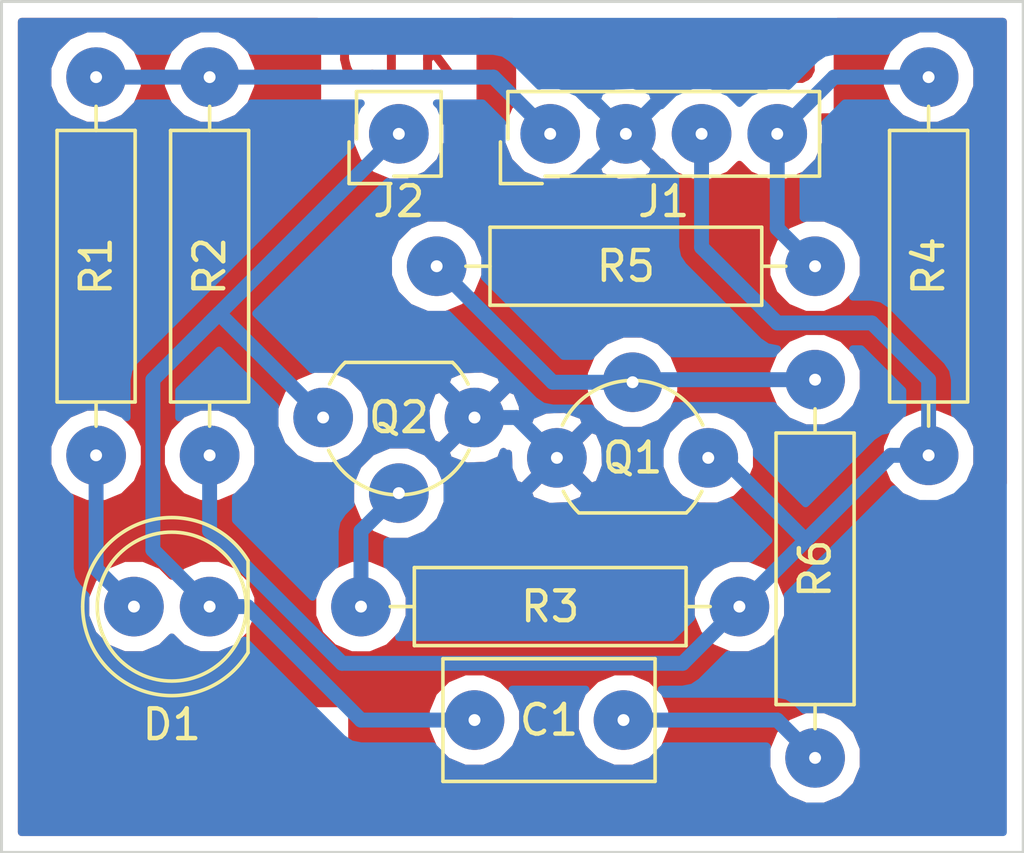
<source format=kicad_pcb>
(kicad_pcb (version 4) (host pcbnew 4.0.7)

  (general
    (links 18)
    (no_connects 0)
    (area 158.064999 87.579999 192.455001 116.255001)
    (thickness 1.6)
    (drawings 11)
    (tracks 47)
    (zones 0)
    (modules 12)
    (nets 10)
  )

  (page A4)
  (title_block
    (title "ClockBoard PCB")
    (rev 0.1)
    (company "FoxEars Technology")
  )

  (layers
    (0 F.Cu signal)
    (31 B.Cu signal)
    (32 B.Adhes user)
    (33 F.Adhes user)
    (34 B.Paste user)
    (35 F.Paste user)
    (36 B.SilkS user)
    (37 F.SilkS user)
    (38 B.Mask user)
    (39 F.Mask user)
    (40 Dwgs.User user)
    (41 Cmts.User user)
    (42 Eco1.User user)
    (43 Eco2.User user)
    (44 Edge.Cuts user)
    (45 Margin user)
    (46 B.CrtYd user)
    (47 F.CrtYd user)
    (48 B.Fab user)
    (49 F.Fab user)
  )

  (setup
    (last_trace_width 0.25)
    (user_trace_width 0.2)
    (user_trace_width 0.5)
    (user_trace_width 0.8)
    (trace_clearance 0.2)
    (zone_clearance 0.5)
    (zone_45_only no)
    (trace_min 0.2)
    (segment_width 0.2)
    (edge_width 0.1)
    (via_size 0.6)
    (via_drill 0.4)
    (via_min_size 0.5)
    (via_min_drill 0.1)
    (user_via 1.5 0.4)
    (uvia_size 0.3)
    (uvia_drill 0.1)
    (uvias_allowed no)
    (uvia_min_size 0.2)
    (uvia_min_drill 0.1)
    (pcb_text_width 0.3)
    (pcb_text_size 1.5 1.5)
    (mod_edge_width 0.15)
    (mod_text_size 1 1)
    (mod_text_width 0.15)
    (pad_size 1.5 1.5)
    (pad_drill 0.6)
    (pad_to_mask_clearance 0)
    (aux_axis_origin 0 0)
    (visible_elements FFFFFF7F)
    (pcbplotparams
      (layerselection 0x00030_80000001)
      (usegerberextensions false)
      (excludeedgelayer true)
      (linewidth 0.100000)
      (plotframeref false)
      (viasonmask false)
      (mode 1)
      (useauxorigin false)
      (hpglpennumber 1)
      (hpglpenspeed 20)
      (hpglpendiameter 15)
      (hpglpenoverlay 2)
      (psnegative false)
      (psa4output false)
      (plotreference true)
      (plotvalue true)
      (plotinvisibletext false)
      (padsonsilk false)
      (subtractmaskfromsilk false)
      (outputformat 1)
      (mirror false)
      (drillshape 1)
      (scaleselection 1)
      (outputdirectory ""))
  )

  (net 0 "")
  (net 1 CLK)
  (net 2 "Net-(C1-Pad2)")
  (net 3 "Net-(D1-Pad2)")
  (net 4 Vdd)
  (net 5 GND)
  (net 6 ShortIN)
  (net 7 ShortOUT)
  (net 8 "Net-(Q1-Pad2)")
  (net 9 "Net-(Q2-Pad2)")

  (net_class Default "This is the default net class."
    (clearance 0.2)
    (trace_width 0.25)
    (via_dia 0.6)
    (via_drill 0.4)
    (uvia_dia 0.3)
    (uvia_drill 0.1)
    (add_net CLK)
    (add_net GND)
    (add_net "Net-(C1-Pad2)")
    (add_net "Net-(D1-Pad2)")
    (add_net "Net-(Q1-Pad2)")
    (add_net "Net-(Q2-Pad2)")
    (add_net ShortIN)
    (add_net ShortOUT)
    (add_net Vdd)
  )

  (module std_lib_SRC:Resistor (layer F.Cu) (tedit 5B3C8952) (tstamp 5B3B7E9A)
    (at 185.42 113.03 90)
    (tags Resistor)
    (path /5B3B7508)
    (fp_text reference R6 (at 6.35 0 90) (layer F.SilkS)
      (effects (font (size 1 1) (thickness 0.15)))
    )
    (fp_text value 20k (at 6.35 2.31 90) (layer F.Fab)
      (effects (font (size 1 1) (thickness 0.15)))
    )
    (fp_line (start 1.85 -1.25) (end 1.85 1.25) (layer F.Fab) (width 0.1))
    (fp_line (start 1.85 1.25) (end 10.85 1.25) (layer F.Fab) (width 0.1))
    (fp_line (start 10.85 1.25) (end 10.85 -1.25) (layer F.Fab) (width 0.1))
    (fp_line (start 10.85 -1.25) (end 1.85 -1.25) (layer F.Fab) (width 0.1))
    (fp_line (start 0 0) (end 1.85 0) (layer F.Fab) (width 0.1))
    (fp_line (start 12.7 0) (end 10.85 0) (layer F.Fab) (width 0.1))
    (fp_line (start 1.79 -1.31) (end 1.79 1.31) (layer F.SilkS) (width 0.12))
    (fp_line (start 1.79 1.31) (end 10.91 1.31) (layer F.SilkS) (width 0.12))
    (fp_line (start 10.91 1.31) (end 10.91 -1.31) (layer F.SilkS) (width 0.12))
    (fp_line (start 10.91 -1.31) (end 1.79 -1.31) (layer F.SilkS) (width 0.12))
    (fp_line (start 0.98 0) (end 1.79 0) (layer F.SilkS) (width 0.12))
    (fp_line (start 11.72 0) (end 10.91 0) (layer F.SilkS) (width 0.12))
    (fp_line (start -1.05 -1.6) (end -1.05 1.6) (layer F.CrtYd) (width 0.05))
    (fp_line (start -1.05 1.6) (end 13.75 1.6) (layer F.CrtYd) (width 0.05))
    (fp_line (start 13.75 1.6) (end 13.75 -1.6) (layer F.CrtYd) (width 0.05))
    (fp_line (start 13.75 -1.6) (end -1.05 -1.6) (layer F.CrtYd) (width 0.05))
    (pad 1 thru_hole circle (at 0 0 90) (size 2 2) (drill 0.4) (layers *.Cu *.Mask)
      (net 2 "Net-(C1-Pad2)"))
    (pad 2 thru_hole circle (at 12.7 0 90) (size 2 2) (drill 0.4) (layers *.Cu *.Mask)
      (net 8 "Net-(Q1-Pad2)"))
    (model ${KISYS3DMOD}/Resistors_THT.3dshapes/R_Axial_DIN0309_L9.0mm_D3.2mm_P12.70mm_Horizontal.wrl
      (at (xyz 0 0 0))
      (scale (xyz 0.393701 0.393701 0.393701))
      (rotate (xyz 0 0 0))
    )
  )

  (module std_lib_SRC:Resistor (layer F.Cu) (tedit 5B3C8952) (tstamp 5B3B7E84)
    (at 172.72 96.52)
    (tags Resistor)
    (path /5B3B74B7)
    (fp_text reference R5 (at 6.35 0) (layer F.SilkS)
      (effects (font (size 1 1) (thickness 0.15)))
    )
    (fp_text value 390k (at 6.35 2.31) (layer F.Fab)
      (effects (font (size 1 1) (thickness 0.15)))
    )
    (fp_line (start 1.85 -1.25) (end 1.85 1.25) (layer F.Fab) (width 0.1))
    (fp_line (start 1.85 1.25) (end 10.85 1.25) (layer F.Fab) (width 0.1))
    (fp_line (start 10.85 1.25) (end 10.85 -1.25) (layer F.Fab) (width 0.1))
    (fp_line (start 10.85 -1.25) (end 1.85 -1.25) (layer F.Fab) (width 0.1))
    (fp_line (start 0 0) (end 1.85 0) (layer F.Fab) (width 0.1))
    (fp_line (start 12.7 0) (end 10.85 0) (layer F.Fab) (width 0.1))
    (fp_line (start 1.79 -1.31) (end 1.79 1.31) (layer F.SilkS) (width 0.12))
    (fp_line (start 1.79 1.31) (end 10.91 1.31) (layer F.SilkS) (width 0.12))
    (fp_line (start 10.91 1.31) (end 10.91 -1.31) (layer F.SilkS) (width 0.12))
    (fp_line (start 10.91 -1.31) (end 1.79 -1.31) (layer F.SilkS) (width 0.12))
    (fp_line (start 0.98 0) (end 1.79 0) (layer F.SilkS) (width 0.12))
    (fp_line (start 11.72 0) (end 10.91 0) (layer F.SilkS) (width 0.12))
    (fp_line (start -1.05 -1.6) (end -1.05 1.6) (layer F.CrtYd) (width 0.05))
    (fp_line (start -1.05 1.6) (end 13.75 1.6) (layer F.CrtYd) (width 0.05))
    (fp_line (start 13.75 1.6) (end 13.75 -1.6) (layer F.CrtYd) (width 0.05))
    (fp_line (start 13.75 -1.6) (end -1.05 -1.6) (layer F.CrtYd) (width 0.05))
    (pad 1 thru_hole circle (at 0 0) (size 2 2) (drill 0.4) (layers *.Cu *.Mask)
      (net 8 "Net-(Q1-Pad2)"))
    (pad 2 thru_hole circle (at 12.7 0) (size 2 2) (drill 0.4) (layers *.Cu *.Mask)
      (net 7 ShortOUT))
    (model ${KISYS3DMOD}/Resistors_THT.3dshapes/R_Axial_DIN0309_L9.0mm_D3.2mm_P12.70mm_Horizontal.wrl
      (at (xyz 0 0 0))
      (scale (xyz 0.393701 0.393701 0.393701))
      (rotate (xyz 0 0 0))
    )
  )

  (module std_lib_SRC:Resistor (layer F.Cu) (tedit 5B3C8952) (tstamp 5B3B7E6E)
    (at 189.23 90.17 270)
    (tags Resistor)
    (path /5B3B7470)
    (fp_text reference R4 (at 6.35 0 270) (layer F.SilkS)
      (effects (font (size 1 1) (thickness 0.15)))
    )
    (fp_text value 1M (at 6.35 2.31 270) (layer F.Fab)
      (effects (font (size 1 1) (thickness 0.15)))
    )
    (fp_line (start 1.85 -1.25) (end 1.85 1.25) (layer F.Fab) (width 0.1))
    (fp_line (start 1.85 1.25) (end 10.85 1.25) (layer F.Fab) (width 0.1))
    (fp_line (start 10.85 1.25) (end 10.85 -1.25) (layer F.Fab) (width 0.1))
    (fp_line (start 10.85 -1.25) (end 1.85 -1.25) (layer F.Fab) (width 0.1))
    (fp_line (start 0 0) (end 1.85 0) (layer F.Fab) (width 0.1))
    (fp_line (start 12.7 0) (end 10.85 0) (layer F.Fab) (width 0.1))
    (fp_line (start 1.79 -1.31) (end 1.79 1.31) (layer F.SilkS) (width 0.12))
    (fp_line (start 1.79 1.31) (end 10.91 1.31) (layer F.SilkS) (width 0.12))
    (fp_line (start 10.91 1.31) (end 10.91 -1.31) (layer F.SilkS) (width 0.12))
    (fp_line (start 10.91 -1.31) (end 1.79 -1.31) (layer F.SilkS) (width 0.12))
    (fp_line (start 0.98 0) (end 1.79 0) (layer F.SilkS) (width 0.12))
    (fp_line (start 11.72 0) (end 10.91 0) (layer F.SilkS) (width 0.12))
    (fp_line (start -1.05 -1.6) (end -1.05 1.6) (layer F.CrtYd) (width 0.05))
    (fp_line (start -1.05 1.6) (end 13.75 1.6) (layer F.CrtYd) (width 0.05))
    (fp_line (start 13.75 1.6) (end 13.75 -1.6) (layer F.CrtYd) (width 0.05))
    (fp_line (start 13.75 -1.6) (end -1.05 -1.6) (layer F.CrtYd) (width 0.05))
    (pad 1 thru_hole circle (at 0 0 270) (size 2 2) (drill 0.4) (layers *.Cu *.Mask)
      (net 7 ShortOUT))
    (pad 2 thru_hole circle (at 12.7 0 270) (size 2 2) (drill 0.4) (layers *.Cu *.Mask)
      (net 6 ShortIN))
    (model ${KISYS3DMOD}/Resistors_THT.3dshapes/R_Axial_DIN0309_L9.0mm_D3.2mm_P12.70mm_Horizontal.wrl
      (at (xyz 0 0 0))
      (scale (xyz 0.393701 0.393701 0.393701))
      (rotate (xyz 0 0 0))
    )
  )

  (module std_lib_SRC:Resistor (layer F.Cu) (tedit 5B3C8952) (tstamp 5B3B7E58)
    (at 170.18 107.95)
    (tags Resistor)
    (path /5B3B737C)
    (fp_text reference R3 (at 6.35 0) (layer F.SilkS)
      (effects (font (size 1 1) (thickness 0.15)))
    )
    (fp_text value 200k (at 6.35 2.31) (layer F.Fab)
      (effects (font (size 1 1) (thickness 0.15)))
    )
    (fp_line (start 1.85 -1.25) (end 1.85 1.25) (layer F.Fab) (width 0.1))
    (fp_line (start 1.85 1.25) (end 10.85 1.25) (layer F.Fab) (width 0.1))
    (fp_line (start 10.85 1.25) (end 10.85 -1.25) (layer F.Fab) (width 0.1))
    (fp_line (start 10.85 -1.25) (end 1.85 -1.25) (layer F.Fab) (width 0.1))
    (fp_line (start 0 0) (end 1.85 0) (layer F.Fab) (width 0.1))
    (fp_line (start 12.7 0) (end 10.85 0) (layer F.Fab) (width 0.1))
    (fp_line (start 1.79 -1.31) (end 1.79 1.31) (layer F.SilkS) (width 0.12))
    (fp_line (start 1.79 1.31) (end 10.91 1.31) (layer F.SilkS) (width 0.12))
    (fp_line (start 10.91 1.31) (end 10.91 -1.31) (layer F.SilkS) (width 0.12))
    (fp_line (start 10.91 -1.31) (end 1.79 -1.31) (layer F.SilkS) (width 0.12))
    (fp_line (start 0.98 0) (end 1.79 0) (layer F.SilkS) (width 0.12))
    (fp_line (start 11.72 0) (end 10.91 0) (layer F.SilkS) (width 0.12))
    (fp_line (start -1.05 -1.6) (end -1.05 1.6) (layer F.CrtYd) (width 0.05))
    (fp_line (start -1.05 1.6) (end 13.75 1.6) (layer F.CrtYd) (width 0.05))
    (fp_line (start 13.75 1.6) (end 13.75 -1.6) (layer F.CrtYd) (width 0.05))
    (fp_line (start 13.75 -1.6) (end -1.05 -1.6) (layer F.CrtYd) (width 0.05))
    (pad 1 thru_hole circle (at 0 0) (size 2 2) (drill 0.4) (layers *.Cu *.Mask)
      (net 9 "Net-(Q2-Pad2)"))
    (pad 2 thru_hole circle (at 12.7 0) (size 2 2) (drill 0.4) (layers *.Cu *.Mask)
      (net 6 ShortIN))
    (model ${KISYS3DMOD}/Resistors_THT.3dshapes/R_Axial_DIN0309_L9.0mm_D3.2mm_P12.70mm_Horizontal.wrl
      (at (xyz 0 0 0))
      (scale (xyz 0.393701 0.393701 0.393701))
      (rotate (xyz 0 0 0))
    )
  )

  (module std_lib_SRC:Resistor (layer F.Cu) (tedit 5B3C8952) (tstamp 5B3B7E42)
    (at 165.1 102.87 90)
    (tags Resistor)
    (path /5B3B73ED)
    (fp_text reference R2 (at 6.35 0 90) (layer F.SilkS)
      (effects (font (size 1 1) (thickness 0.15)))
    )
    (fp_text value 20k (at 6.35 2.31 90) (layer F.Fab)
      (effects (font (size 1 1) (thickness 0.15)))
    )
    (fp_line (start 1.85 -1.25) (end 1.85 1.25) (layer F.Fab) (width 0.1))
    (fp_line (start 1.85 1.25) (end 10.85 1.25) (layer F.Fab) (width 0.1))
    (fp_line (start 10.85 1.25) (end 10.85 -1.25) (layer F.Fab) (width 0.1))
    (fp_line (start 10.85 -1.25) (end 1.85 -1.25) (layer F.Fab) (width 0.1))
    (fp_line (start 0 0) (end 1.85 0) (layer F.Fab) (width 0.1))
    (fp_line (start 12.7 0) (end 10.85 0) (layer F.Fab) (width 0.1))
    (fp_line (start 1.79 -1.31) (end 1.79 1.31) (layer F.SilkS) (width 0.12))
    (fp_line (start 1.79 1.31) (end 10.91 1.31) (layer F.SilkS) (width 0.12))
    (fp_line (start 10.91 1.31) (end 10.91 -1.31) (layer F.SilkS) (width 0.12))
    (fp_line (start 10.91 -1.31) (end 1.79 -1.31) (layer F.SilkS) (width 0.12))
    (fp_line (start 0.98 0) (end 1.79 0) (layer F.SilkS) (width 0.12))
    (fp_line (start 11.72 0) (end 10.91 0) (layer F.SilkS) (width 0.12))
    (fp_line (start -1.05 -1.6) (end -1.05 1.6) (layer F.CrtYd) (width 0.05))
    (fp_line (start -1.05 1.6) (end 13.75 1.6) (layer F.CrtYd) (width 0.05))
    (fp_line (start 13.75 1.6) (end 13.75 -1.6) (layer F.CrtYd) (width 0.05))
    (fp_line (start 13.75 -1.6) (end -1.05 -1.6) (layer F.CrtYd) (width 0.05))
    (pad 1 thru_hole circle (at 0 0 90) (size 2 2) (drill 0.4) (layers *.Cu *.Mask)
      (net 6 ShortIN))
    (pad 2 thru_hole circle (at 12.7 0 90) (size 2 2) (drill 0.4) (layers *.Cu *.Mask)
      (net 4 Vdd))
    (model ${KISYS3DMOD}/Resistors_THT.3dshapes/R_Axial_DIN0309_L9.0mm_D3.2mm_P12.70mm_Horizontal.wrl
      (at (xyz 0 0 0))
      (scale (xyz 0.393701 0.393701 0.393701))
      (rotate (xyz 0 0 0))
    )
  )

  (module std_lib_SRC:Resistor (layer F.Cu) (tedit 5B3C8952) (tstamp 5B3B7E2C)
    (at 161.29 102.87 90)
    (tags Resistor)
    (path /5B3B7263)
    (fp_text reference R1 (at 6.35 0 90) (layer F.SilkS)
      (effects (font (size 1 1) (thickness 0.15)))
    )
    (fp_text value 1k (at 6.35 2.31 90) (layer F.Fab)
      (effects (font (size 1 1) (thickness 0.15)))
    )
    (fp_line (start 1.85 -1.25) (end 1.85 1.25) (layer F.Fab) (width 0.1))
    (fp_line (start 1.85 1.25) (end 10.85 1.25) (layer F.Fab) (width 0.1))
    (fp_line (start 10.85 1.25) (end 10.85 -1.25) (layer F.Fab) (width 0.1))
    (fp_line (start 10.85 -1.25) (end 1.85 -1.25) (layer F.Fab) (width 0.1))
    (fp_line (start 0 0) (end 1.85 0) (layer F.Fab) (width 0.1))
    (fp_line (start 12.7 0) (end 10.85 0) (layer F.Fab) (width 0.1))
    (fp_line (start 1.79 -1.31) (end 1.79 1.31) (layer F.SilkS) (width 0.12))
    (fp_line (start 1.79 1.31) (end 10.91 1.31) (layer F.SilkS) (width 0.12))
    (fp_line (start 10.91 1.31) (end 10.91 -1.31) (layer F.SilkS) (width 0.12))
    (fp_line (start 10.91 -1.31) (end 1.79 -1.31) (layer F.SilkS) (width 0.12))
    (fp_line (start 0.98 0) (end 1.79 0) (layer F.SilkS) (width 0.12))
    (fp_line (start 11.72 0) (end 10.91 0) (layer F.SilkS) (width 0.12))
    (fp_line (start -1.05 -1.6) (end -1.05 1.6) (layer F.CrtYd) (width 0.05))
    (fp_line (start -1.05 1.6) (end 13.75 1.6) (layer F.CrtYd) (width 0.05))
    (fp_line (start 13.75 1.6) (end 13.75 -1.6) (layer F.CrtYd) (width 0.05))
    (fp_line (start 13.75 -1.6) (end -1.05 -1.6) (layer F.CrtYd) (width 0.05))
    (pad 1 thru_hole circle (at 0 0 90) (size 2 2) (drill 0.4) (layers *.Cu *.Mask)
      (net 3 "Net-(D1-Pad2)"))
    (pad 2 thru_hole circle (at 12.7 0 90) (size 2 2) (drill 0.4) (layers *.Cu *.Mask)
      (net 4 Vdd))
    (model ${KISYS3DMOD}/Resistors_THT.3dshapes/R_Axial_DIN0309_L9.0mm_D3.2mm_P12.70mm_Horizontal.wrl
      (at (xyz 0 0 0))
      (scale (xyz 0.393701 0.393701 0.393701))
      (rotate (xyz 0 0 0))
    )
  )

  (module std_lib_SRC:Transistor (layer F.Cu) (tedit 5B3C88A7) (tstamp 5B3B7E16)
    (at 173.99 101.6 180)
    (descr "TO-92 leads molded, wide")
    (tags "to-92 sc-43 sc-43a sot54 PA33 transistor")
    (path /5B3B7640)
    (fp_text reference Q2 (at 2.54 0 180) (layer F.SilkS)
      (effects (font (size 1 1) (thickness 0.15)))
    )
    (fp_text value PN2222A (at 2.54 2.79 180) (layer F.Fab)
      (effects (font (size 1 1) (thickness 0.15)))
    )
    (fp_text user %R (at 2.54 -4.19 360) (layer F.Fab)
      (effects (font (size 1 1) (thickness 0.15)))
    )
    (fp_line (start 0.74 1.85) (end 4.34 1.85) (layer F.SilkS) (width 0.12))
    (fp_line (start 0.8 1.75) (end 4.3 1.75) (layer F.Fab) (width 0.1))
    (fp_line (start -1.01 -3.55) (end 6.09 -3.55) (layer F.CrtYd) (width 0.05))
    (fp_line (start -1.01 -3.55) (end -1.01 2.01) (layer F.CrtYd) (width 0.05))
    (fp_line (start 6.09 2.01) (end 6.09 -3.55) (layer F.CrtYd) (width 0.05))
    (fp_line (start 6.09 2.01) (end -1.01 2.01) (layer F.CrtYd) (width 0.05))
    (fp_arc (start 2.54 0) (end 0.74 1.85) (angle 20) (layer F.SilkS) (width 0.12))
    (fp_arc (start 2.54 0) (end 2.54 -2.6) (angle -65) (layer F.SilkS) (width 0.12))
    (fp_arc (start 2.54 0) (end 2.54 -2.6) (angle 65) (layer F.SilkS) (width 0.12))
    (fp_arc (start 2.54 0) (end 2.54 -2.48) (angle 135) (layer F.Fab) (width 0.1))
    (fp_arc (start 2.54 0) (end 2.54 -2.48) (angle -135) (layer F.Fab) (width 0.1))
    (fp_arc (start 2.54 0) (end 4.34 1.85) (angle -20) (layer F.SilkS) (width 0.12))
    (pad 2 thru_hole circle (at 2.54 -2.54 270) (size 2 2) (drill 0.4) (layers *.Cu *.Mask)
      (net 9 "Net-(Q2-Pad2)"))
    (pad 3 thru_hole circle (at 5.08 0 270) (size 2 2) (drill 0.4) (layers *.Cu *.Mask)
      (net 1 CLK))
    (pad 1 thru_hole circle (at 0 0 270) (size 2 2) (drill 0.4) (layers *.Cu *.Mask)
      (net 5 GND))
    (model ${KISYS3DMOD}/TO_SOT_Packages_THT.3dshapes/TO-92_Molded_Wide.wrl
      (at (xyz 0.1 0 0))
      (scale (xyz 1 1 1))
      (rotate (xyz 0 0 -90))
    )
  )

  (module std_lib_SRC:Transistor (layer F.Cu) (tedit 5B3C88A7) (tstamp 5B3B7E02)
    (at 176.755001 102.955)
    (descr "TO-92 leads molded, wide")
    (tags "to-92 sc-43 sc-43a sot54 PA33 transistor")
    (path /5B3B76D1)
    (fp_text reference Q1 (at 2.54 0) (layer F.SilkS)
      (effects (font (size 1 1) (thickness 0.15)))
    )
    (fp_text value PN2222A (at 2.54 2.79) (layer F.Fab)
      (effects (font (size 1 1) (thickness 0.15)))
    )
    (fp_text user %R (at 2.54 -4.19 180) (layer F.Fab)
      (effects (font (size 1 1) (thickness 0.15)))
    )
    (fp_line (start 0.74 1.85) (end 4.34 1.85) (layer F.SilkS) (width 0.12))
    (fp_line (start 0.8 1.75) (end 4.3 1.75) (layer F.Fab) (width 0.1))
    (fp_line (start -1.01 -3.55) (end 6.09 -3.55) (layer F.CrtYd) (width 0.05))
    (fp_line (start -1.01 -3.55) (end -1.01 2.01) (layer F.CrtYd) (width 0.05))
    (fp_line (start 6.09 2.01) (end 6.09 -3.55) (layer F.CrtYd) (width 0.05))
    (fp_line (start 6.09 2.01) (end -1.01 2.01) (layer F.CrtYd) (width 0.05))
    (fp_arc (start 2.54 0) (end 0.74 1.85) (angle 20) (layer F.SilkS) (width 0.12))
    (fp_arc (start 2.54 0) (end 2.54 -2.6) (angle -65) (layer F.SilkS) (width 0.12))
    (fp_arc (start 2.54 0) (end 2.54 -2.6) (angle 65) (layer F.SilkS) (width 0.12))
    (fp_arc (start 2.54 0) (end 2.54 -2.48) (angle 135) (layer F.Fab) (width 0.1))
    (fp_arc (start 2.54 0) (end 2.54 -2.48) (angle -135) (layer F.Fab) (width 0.1))
    (fp_arc (start 2.54 0) (end 4.34 1.85) (angle -20) (layer F.SilkS) (width 0.12))
    (pad 2 thru_hole circle (at 2.54 -2.54 90) (size 2 2) (drill 0.4) (layers *.Cu *.Mask)
      (net 8 "Net-(Q1-Pad2)"))
    (pad 3 thru_hole circle (at 5.08 0 90) (size 2 2) (drill 0.4) (layers *.Cu *.Mask)
      (net 6 ShortIN))
    (pad 1 thru_hole circle (at 0 0 90) (size 2 2) (drill 0.4) (layers *.Cu *.Mask)
      (net 5 GND))
    (model ${KISYS3DMOD}/TO_SOT_Packages_THT.3dshapes/TO-92_Molded_Wide.wrl
      (at (xyz 0.1 0 0))
      (scale (xyz 1 1 1))
      (rotate (xyz 0 0 -90))
    )
  )

  (module std_lib_SRC:CONN_1x01 (layer F.Cu) (tedit 5B20CEDE) (tstamp 5B3B7DEE)
    (at 171.45 92.075 90)
    (descr "Low profile, screw machine socket strip, through hole, 100mil / 2.54mm pitch")
    (tags connector)
    (path /5B3B7CEB)
    (fp_text reference J2 (at -2.27 0 180) (layer F.SilkS)
      (effects (font (size 1 1) (thickness 0.15)))
    )
    (fp_text value Conn_01x01 (at 2.27 0 180) (layer F.Fab)
      (effects (font (size 1 1) (thickness 0.15)))
    )
    (fp_line (start -0.17 -1.42) (end 1.42 -1.42) (layer F.SilkS) (width 0.12))
    (fp_line (start 1.42 -1.42) (end 1.42 1.42) (layer F.SilkS) (width 0.12))
    (fp_line (start 1.42 1.42) (end -1.42 1.42) (layer F.SilkS) (width 0.12))
    (fp_line (start -1.42 1.42) (end -1.42 -0.17) (layer F.SilkS) (width 0.12))
    (fp_line (start -0.27 -1.67) (end -1.67 -1.67) (layer F.SilkS) (width 0.12))
    (fp_line (start -1.67 -1.67) (end -1.67 -0.27) (layer F.SilkS) (width 0.12))
    (fp_line (start -0.27 -1.67) (end -1.67 -1.67) (layer F.Fab) (width 0.1))
    (fp_line (start -1.67 -1.67) (end -1.67 -0.27) (layer F.Fab) (width 0.1))
    (fp_line (start -1.27 -1.27) (end -1.27 1.27) (layer F.Fab) (width 0.1))
    (fp_line (start -1.27 1.27) (end 1.27 1.27) (layer F.Fab) (width 0.1))
    (fp_line (start 1.27 1.27) (end 1.27 -1.27) (layer F.Fab) (width 0.1))
    (fp_line (start 1.27 -1.27) (end -1.27 -1.27) (layer F.Fab) (width 0.1))
    (fp_line (start -1.77 -1.77) (end -1.77 1.77) (layer F.CrtYd) (width 0.05))
    (fp_line (start -1.77 1.77) (end 1.77 1.77) (layer F.CrtYd) (width 0.05))
    (fp_line (start 1.77 1.77) (end 1.77 -1.77) (layer F.CrtYd) (width 0.05))
    (fp_line (start 1.77 -1.77) (end -1.77 -1.77) (layer F.CrtYd) (width 0.05))
    (fp_line (start -1.27 1.27) (end -1.07 1.27) (layer F.Fab) (width 0.1))
    (fp_line (start 1.27 1.27) (end 1.07 1.27) (layer F.Fab) (width 0.1))
    (fp_text user %R (at 0 0 180) (layer F.Fab)
      (effects (font (size 1 1) (thickness 0.15)))
    )
    (pad 1 thru_hole circle (at 0 0 90) (size 2 2) (drill 0.4) (layers *.Cu *.Mask)
      (net 1 CLK))
    (model ${KISYS3DMOD}/Connectors_Samtec.3dshapes/SL-101-X-XX_1x01.wrl
      (at (xyz 0 0 0))
      (scale (xyz 1 1 1))
      (rotate (xyz 0 0 0))
    )
  )

  (module std_lib_SRC:CONN_1x04 (layer F.Cu) (tedit 5B20D15B) (tstamp 5B3B7DD6)
    (at 176.53 92.075 90)
    (descr "Low profile, screw machine socket strip, through hole, 100mil / 2.54mm pitch")
    (tags connector)
    (path /5B3B7C84)
    (fp_text reference J1 (at -2.27 3.81 180) (layer F.SilkS)
      (effects (font (size 1 1) (thickness 0.15)))
    )
    (fp_text value Conn_01x04 (at 2.27 3.81 180) (layer F.Fab)
      (effects (font (size 1 1) (thickness 0.15)))
    )
    (fp_line (start -0.17 -1.42) (end 1.42 -1.42) (layer F.SilkS) (width 0.12))
    (fp_line (start 1.42 -1.42) (end 1.42 9.04) (layer F.SilkS) (width 0.12))
    (fp_line (start 1.42 9.04) (end -1.42 9.04) (layer F.SilkS) (width 0.12))
    (fp_line (start -1.42 9.04) (end -1.42 -0.17) (layer F.SilkS) (width 0.12))
    (fp_line (start -0.27 -1.67) (end -1.67 -1.67) (layer F.SilkS) (width 0.12))
    (fp_line (start -1.67 -1.67) (end -1.67 -0.27) (layer F.SilkS) (width 0.12))
    (fp_line (start -0.27 -1.67) (end -1.67 -1.67) (layer F.Fab) (width 0.1))
    (fp_line (start -1.67 -1.67) (end -1.67 -0.27) (layer F.Fab) (width 0.1))
    (fp_line (start -1.27 -1.27) (end -1.27 8.89) (layer F.Fab) (width 0.1))
    (fp_line (start -1.27 8.89) (end 1.27 8.89) (layer F.Fab) (width 0.1))
    (fp_line (start 1.27 8.89) (end 1.27 -1.27) (layer F.Fab) (width 0.1))
    (fp_line (start 1.27 -1.27) (end -1.27 -1.27) (layer F.Fab) (width 0.1))
    (fp_line (start -1.77 -1.77) (end -1.77 9.39) (layer F.CrtYd) (width 0.05))
    (fp_line (start -1.77 9.39) (end 1.77 9.39) (layer F.CrtYd) (width 0.05))
    (fp_line (start 1.77 9.39) (end 1.77 -1.77) (layer F.CrtYd) (width 0.05))
    (fp_line (start 1.77 -1.77) (end -1.77 -1.77) (layer F.CrtYd) (width 0.05))
    (fp_line (start -1.27 1.27) (end -1.07 1.27) (layer F.Fab) (width 0.1))
    (fp_line (start 1.27 1.27) (end 1.07 1.27) (layer F.Fab) (width 0.1))
    (fp_line (start -1.27 3.81) (end -1.07 3.81) (layer F.Fab) (width 0.1))
    (fp_line (start 1.27 3.81) (end 1.07 3.81) (layer F.Fab) (width 0.1))
    (fp_line (start -1.27 6.35) (end -1.07 6.35) (layer F.Fab) (width 0.1))
    (fp_line (start 1.27 6.35) (end 1.07 6.35) (layer F.Fab) (width 0.1))
    (fp_line (start -1.27 8.89) (end -1.07 8.89) (layer F.Fab) (width 0.1))
    (fp_line (start 1.27 8.89) (end 1.07 8.89) (layer F.Fab) (width 0.1))
    (fp_text user %R (at 0 3.81 180) (layer F.Fab)
      (effects (font (size 1 1) (thickness 0.15)))
    )
    (pad 1 thru_hole circle (at 0 0 90) (size 2 2) (drill 0.4) (layers *.Cu *.Mask)
      (net 4 Vdd))
    (pad 2 thru_hole circle (at 0 2.54 90) (size 2 2) (drill 0.4) (layers *.Cu *.Mask)
      (net 5 GND))
    (pad 3 thru_hole circle (at 0 5.08 90) (size 2 2) (drill 0.4) (layers *.Cu *.Mask)
      (net 6 ShortIN))
    (pad 4 thru_hole circle (at 0 7.62 90) (size 2 2) (drill 0.4) (layers *.Cu *.Mask)
      (net 7 ShortOUT))
    (model ${KISYS3DMOD}/Connectors_Samtec.3dshapes/SL-104-X-XX_1x04.wrl
      (at (xyz 0 0 0))
      (scale (xyz 1 1 1))
      (rotate (xyz 0 0 0))
    )
  )

  (module std_lib_SRC:LED_D5.0mm (layer F.Cu) (tedit 5B3B5AF4) (tstamp 5B3B7DB5)
    (at 165.1 107.95 180)
    (descr "LED, diameter 5.0mm, 2 pins")
    (tags "LED diameter 5.0mm 2 pins")
    (path /5B3B75C2)
    (fp_text reference D1 (at 1.27 -3.96 180) (layer F.SilkS)
      (effects (font (size 1 1) (thickness 0.15)))
    )
    (fp_text value LED (at 1.27 3.96 180) (layer F.Fab)
      (effects (font (size 1 1) (thickness 0.15)))
    )
    (fp_arc (start 1.27 0) (end -1.23 -1.469694) (angle 299.1) (layer F.Fab) (width 0.1))
    (fp_arc (start 1.27 0) (end -1.29 -1.54483) (angle 148.9) (layer F.SilkS) (width 0.12))
    (fp_arc (start 1.27 0) (end -1.29 1.54483) (angle -148.9) (layer F.SilkS) (width 0.12))
    (fp_circle (center 1.27 0) (end 3.77 0) (layer F.Fab) (width 0.1))
    (fp_circle (center 1.27 0) (end 3.77 0) (layer F.SilkS) (width 0.12))
    (fp_line (start -1.23 -1.469694) (end -1.23 1.469694) (layer F.Fab) (width 0.1))
    (fp_line (start -1.29 -1.545) (end -1.29 1.545) (layer F.SilkS) (width 0.12))
    (fp_line (start -1.95 -3.25) (end -1.95 3.25) (layer F.CrtYd) (width 0.05))
    (fp_line (start -1.95 3.25) (end 4.5 3.25) (layer F.CrtYd) (width 0.05))
    (fp_line (start 4.5 3.25) (end 4.5 -3.25) (layer F.CrtYd) (width 0.05))
    (fp_line (start 4.5 -3.25) (end -1.95 -3.25) (layer F.CrtYd) (width 0.05))
    (fp_text user %R (at 1.25 0 180) (layer F.Fab)
      (effects (font (size 0.8 0.8) (thickness 0.2)))
    )
    (pad 1 thru_hole circle (at 0 0 180) (size 2 2) (drill 0.4) (layers *.Cu *.Mask)
      (net 1 CLK))
    (pad 2 thru_hole circle (at 2.54 0 180) (size 2 2) (drill 0.4) (layers *.Cu *.Mask)
      (net 3 "Net-(D1-Pad2)"))
    (model ${KISYS3DMOD}/LEDs.3dshapes/LED_D5.0mm.wrl
      (at (xyz 0 0 0))
      (scale (xyz 0.393701 0.393701 0.393701))
      (rotate (xyz 0 0 0))
    )
  )

  (module std_lib_SRC:C_Rect_W4.0mm (layer F.Cu) (tedit 5B3C8915) (tstamp 5B3B7DA3)
    (at 173.99 111.76)
    (descr "C, Rect series, Radial, pin pitch=5.00mm, , length*width=7*4mm^2, Capacitor")
    (tags "C Rect width 4mm Capacitor")
    (path /5B3B756F)
    (fp_text reference C1 (at 2.5 0) (layer F.SilkS)
      (effects (font (size 1 1) (thickness 0.15)))
    )
    (fp_text value 1µ (at 2.5 3.31) (layer F.Fab)
      (effects (font (size 1 1) (thickness 0.15)))
    )
    (fp_line (start -1 -2) (end -1 2) (layer F.Fab) (width 0.1))
    (fp_line (start -1 2) (end 6 2) (layer F.Fab) (width 0.1))
    (fp_line (start 6 2) (end 6 -2) (layer F.Fab) (width 0.1))
    (fp_line (start 6 -2) (end -1 -2) (layer F.Fab) (width 0.1))
    (fp_line (start -1.06 -2.06) (end 6.06 -2.06) (layer F.SilkS) (width 0.12))
    (fp_line (start -1.06 2.06) (end 6.06 2.06) (layer F.SilkS) (width 0.12))
    (fp_line (start -1.06 -2.06) (end -1.06 2.06) (layer F.SilkS) (width 0.12))
    (fp_line (start 6.06 -2.06) (end 6.06 2.06) (layer F.SilkS) (width 0.12))
    (fp_line (start -1.35 -2.35) (end -1.35 2.35) (layer F.CrtYd) (width 0.05))
    (fp_line (start -1.35 2.35) (end 6.35 2.35) (layer F.CrtYd) (width 0.05))
    (fp_line (start 6.35 2.35) (end 6.35 -2.35) (layer F.CrtYd) (width 0.05))
    (fp_line (start 6.35 -2.35) (end -1.35 -2.35) (layer F.CrtYd) (width 0.05))
    (fp_text user %R (at 2.5 -3.31) (layer F.Fab)
      (effects (font (size 1 1) (thickness 0.15)))
    )
    (pad 1 thru_hole circle (at 0 0) (size 2 2) (drill 0.4) (layers *.Cu *.Mask)
      (net 1 CLK))
    (pad 2 thru_hole circle (at 5 0) (size 2 2) (drill 0.4) (layers *.Cu *.Mask)
      (net 2 "Net-(C1-Pad2)"))
    (model ${KISYS3DMOD}/Capacitors_THT.3dshapes/C_Rect_L7.0mm_W4.5mm_P5.00mm.wrl
      (at (xyz 0 0 0))
      (scale (xyz 1 1 1))
      (rotate (xyz 0 0 0))
    )
  )

  (gr_text "ClockBoard\nFoxEars Technology" (at 190.5 115.57 90) (layer F.Cu)
    (effects (font (size 0.75 0.75) (thickness 0.1875)) (justify left))
  )
  (gr_line (start 158.115 116.205) (end 158.115 87.63) (angle 90) (layer Edge.Cuts) (width 0.1))
  (gr_line (start 192.405 116.205) (end 158.115 116.205) (angle 90) (layer Edge.Cuts) (width 0.1))
  (gr_line (start 192.405 87.63) (end 192.405 116.205) (angle 90) (layer Edge.Cuts) (width 0.1))
  (gr_line (start 158.115 87.63) (end 192.405 87.63) (angle 90) (layer Edge.Cuts) (width 0.1))
  (gr_text PowerOn (at 164.465 113.03) (layer F.Cu)
    (effects (font (size 1.5 1.5) (thickness 0.3)))
  )
  (gr_text So (at 184.15 89.535) (layer F.Cu)
    (effects (font (size 1.5 1.5) (thickness 0.3)))
  )
  (gr_text Si (at 181.61 89.535) (layer F.Cu)
    (effects (font (size 1.5 1.5) (thickness 0.3)))
  )
  (gr_text G (at 179.07 89.535) (layer F.Cu)
    (effects (font (size 1.5 1.5) (thickness 0.3)))
  )
  (gr_text V (at 176.53 89.535) (layer F.Cu)
    (effects (font (size 1.5 1.5) (thickness 0.3)))
  )
  (gr_text CLK (at 171.45 89.535) (layer F.Cu)
    (effects (font (size 1.5 1.5) (thickness 0.3)))
  )

  (segment (start 165.1 107.95) (end 166.37 107.95) (width 0.5) (layer B.Cu) (net 1))
  (segment (start 170.18 111.76) (end 173.99 111.76) (width 0.5) (layer B.Cu) (net 1) (tstamp 5B3B8703) (status 20))
  (segment (start 166.37 107.95) (end 170.18 111.76) (width 0.5) (layer B.Cu) (net 1) (tstamp 5B3B8702))
  (segment (start 168.91 101.6) (end 165.4175 98.1075) (width 0.5) (layer B.Cu) (net 1))
  (segment (start 165.4175 98.1075) (end 165.1 98.425) (width 0.5) (layer B.Cu) (net 1) (tstamp 5B3B86FD))
  (segment (start 165.1 107.95) (end 163.195 106.045) (width 0.5) (layer B.Cu) (net 1))
  (segment (start 163.195 100.33) (end 165.1 98.425) (width 0.5) (layer B.Cu) (net 1) (tstamp 5B3B86F9))
  (segment (start 165.1 98.425) (end 171.45 92.075) (width 0.5) (layer B.Cu) (net 1) (tstamp 5B3B8700))
  (segment (start 163.195 106.045) (end 163.195 100.33) (width 0.5) (layer B.Cu) (net 1) (tstamp 5B3B86F8))
  (segment (start 178.99 111.76) (end 184.15 111.76) (width 0.5) (layer B.Cu) (net 2) (status 10))
  (segment (start 184.15 111.76) (end 185.42 113.03) (width 0.5) (layer B.Cu) (net 2) (tstamp 5B3B8707))
  (segment (start 161.29 102.87) (end 161.29 106.68) (width 0.5) (layer B.Cu) (net 3))
  (segment (start 161.29 106.68) (end 162.56 107.95) (width 0.5) (layer B.Cu) (net 3) (tstamp 5B3B86F1))
  (segment (start 165.1 90.17) (end 174.625 90.17) (width 0.5) (layer B.Cu) (net 4))
  (segment (start 174.625 90.17) (end 176.53 92.075) (width 0.5) (layer B.Cu) (net 4) (tstamp 5B3B86EE))
  (segment (start 161.29 90.17) (end 165.1 90.17) (width 0.5) (layer B.Cu) (net 4))
  (segment (start 173.99 101.6) (end 175.400001 101.6) (width 0.5) (layer B.Cu) (net 5))
  (segment (start 175.400001 101.6) (end 176.755001 102.955) (width 0.5) (layer B.Cu) (net 5) (tstamp 5B3B8714))
  (segment (start 179.07 92.075) (end 177.165 93.98) (width 0.5) (layer B.Cu) (net 5))
  (segment (start 170.18 97.79) (end 173.99 101.6) (width 0.5) (layer B.Cu) (net 5) (tstamp 5B3B8711))
  (segment (start 170.18 95.885) (end 170.18 97.79) (width 0.5) (layer B.Cu) (net 5) (tstamp 5B3B8710))
  (segment (start 172.085 93.98) (end 170.18 95.885) (width 0.5) (layer B.Cu) (net 5) (tstamp 5B3B870F))
  (segment (start 177.165 93.98) (end 172.085 93.98) (width 0.5) (layer B.Cu) (net 5) (tstamp 5B3B870E))
  (segment (start 181.61 92.075) (end 181.61 95.885) (width 0.5) (layer B.Cu) (net 6))
  (segment (start 189.23 100.33) (end 189.23 102.87) (width 0.5) (layer B.Cu) (net 6) (tstamp 5B3B8746))
  (segment (start 187.325 98.425) (end 189.23 100.33) (width 0.5) (layer B.Cu) (net 6) (tstamp 5B3B8745))
  (segment (start 184.15 98.425) (end 187.325 98.425) (width 0.5) (layer B.Cu) (net 6) (tstamp 5B3B8743))
  (segment (start 181.61 95.885) (end 184.15 98.425) (width 0.5) (layer B.Cu) (net 6) (tstamp 5B3B8741))
  (segment (start 181.835001 102.955) (end 182.33 102.955) (width 0.5) (layer B.Cu) (net 6))
  (segment (start 182.33 102.955) (end 185.1025 105.7275) (width 0.5) (layer B.Cu) (net 6) (tstamp 5B3B873C))
  (segment (start 182.88 107.95) (end 185.1025 105.7275) (width 0.5) (layer B.Cu) (net 6) (status 10))
  (segment (start 185.1025 105.7275) (end 187.96 102.87) (width 0.5) (layer B.Cu) (net 6) (tstamp 5B3B873F))
  (segment (start 187.96 102.87) (end 189.23 102.87) (width 0.5) (layer B.Cu) (net 6) (tstamp 5B3B8739))
  (segment (start 165.1 102.87) (end 165.1 105.41) (width 0.5) (layer B.Cu) (net 6))
  (segment (start 180.975 109.855) (end 182.88 107.95) (width 0.5) (layer B.Cu) (net 6) (tstamp 5B3B8736) (status 20))
  (segment (start 169.545 109.855) (end 180.975 109.855) (width 0.5) (layer B.Cu) (net 6) (tstamp 5B3B8734))
  (segment (start 165.1 105.41) (end 169.545 109.855) (width 0.5) (layer B.Cu) (net 6) (tstamp 5B3B8732))
  (segment (start 184.15 92.075) (end 184.15 95.25) (width 0.5) (layer B.Cu) (net 7))
  (segment (start 184.15 95.25) (end 185.42 96.52) (width 0.5) (layer B.Cu) (net 7) (tstamp 5B3B872F))
  (segment (start 189.23 90.17) (end 186.055 90.17) (width 0.5) (layer B.Cu) (net 7))
  (segment (start 186.055 90.17) (end 184.15 92.075) (width 0.5) (layer B.Cu) (net 7) (tstamp 5B3B872B))
  (segment (start 179.295001 100.415) (end 176.615 100.415) (width 0.5) (layer B.Cu) (net 8))
  (segment (start 176.615 100.415) (end 172.72 96.52) (width 0.5) (layer B.Cu) (net 8) (tstamp 5B3B8727))
  (segment (start 185.42 100.33) (end 179.380001 100.33) (width 0.5) (layer B.Cu) (net 8))
  (segment (start 179.380001 100.33) (end 179.295001 100.415) (width 0.5) (layer B.Cu) (net 8) (tstamp 5B3B8724))
  (segment (start 170.18 107.95) (end 170.18 105.41) (width 0.5) (layer B.Cu) (net 9) (status 10))
  (segment (start 170.18 105.41) (end 171.45 104.14) (width 0.5) (layer B.Cu) (net 9) (tstamp 5B3B870A))

  (zone (net 5) (net_name GND) (layer F.Cu) (tstamp 5B3B8777) (hatch edge 0.508)
    (connect_pads (clearance 0.5))
    (min_thickness 0.25)
    (fill yes (arc_segments 16) (thermal_gap 0.5) (thermal_bridge_width 0.5) (smoothing chamfer))
    (polygon
      (pts
        (xy 192.405 116.205) (xy 158.115 116.205) (xy 158.115 87.63) (xy 192.405 87.63)
      )
    )
    (filled_polygon
      (pts
        (xy 168.717857 91.51) (xy 169.925084 91.51) (xy 169.825282 91.750349) (xy 169.824718 92.396814) (xy 170.071588 92.994286)
        (xy 170.528309 93.451805) (xy 171.125349 93.699718) (xy 171.771814 93.700282) (xy 172.369286 93.453412) (xy 172.826805 92.996691)
        (xy 173.074718 92.399651) (xy 173.075282 91.753186) (xy 172.9748 91.51) (xy 174.182143 91.51) (xy 174.182143 88.305)
        (xy 175.262143 88.305) (xy 175.262143 91.044551) (xy 175.153195 91.153309) (xy 174.905282 91.750349) (xy 174.904718 92.396814)
        (xy 175.151588 92.994286) (xy 175.608309 93.451805) (xy 176.205349 93.699718) (xy 176.851814 93.700282) (xy 177.449286 93.453412)
        (xy 177.682329 93.220775) (xy 178.101001 93.220775) (xy 178.200039 93.485061) (xy 178.805868 93.710646) (xy 179.451908 93.687219)
        (xy 179.939961 93.485061) (xy 180.038999 93.220775) (xy 179.07 92.251777) (xy 178.101001 93.220775) (xy 177.682329 93.220775)
        (xy 177.877103 93.026341) (xy 177.924225 93.043999) (xy 178.893223 92.075) (xy 178.879081 92.060858) (xy 179.055858 91.884081)
        (xy 179.07 91.898223) (xy 179.084142 91.884081) (xy 179.260919 92.060858) (xy 179.246777 92.075) (xy 180.215775 93.043999)
        (xy 180.263399 93.026153) (xy 180.688309 93.451805) (xy 181.285349 93.699718) (xy 181.931814 93.700282) (xy 182.529286 93.453412)
        (xy 182.880211 93.103099) (xy 183.228309 93.451805) (xy 183.825349 93.699718) (xy 184.471814 93.700282) (xy 185.069286 93.453412)
        (xy 185.526805 92.996691) (xy 185.774718 92.399651) (xy 185.775282 91.753186) (xy 185.6748 91.51) (xy 186.167857 91.51)
        (xy 186.167857 90.491814) (xy 187.604718 90.491814) (xy 187.851588 91.089286) (xy 188.308309 91.546805) (xy 188.905349 91.794718)
        (xy 189.551814 91.795282) (xy 190.149286 91.548412) (xy 190.606805 91.091691) (xy 190.854718 90.494651) (xy 190.855282 89.848186)
        (xy 190.608412 89.250714) (xy 190.151691 88.793195) (xy 189.554651 88.545282) (xy 188.908186 88.544718) (xy 188.310714 88.791588)
        (xy 187.853195 89.248309) (xy 187.605282 89.845349) (xy 187.604718 90.491814) (xy 186.167857 90.491814) (xy 186.167857 88.305)
        (xy 191.73 88.305) (xy 191.73 103.802145) (xy 190.596333 103.802145) (xy 190.606805 103.791691) (xy 190.854718 103.194651)
        (xy 190.855282 102.548186) (xy 190.608412 101.950714) (xy 190.151691 101.493195) (xy 189.554651 101.245282) (xy 188.908186 101.244718)
        (xy 188.310714 101.491588) (xy 187.853195 101.948309) (xy 187.605282 102.545349) (xy 187.604718 103.191814) (xy 187.851588 103.789286)
        (xy 188.308309 104.246805) (xy 188.6 104.367926) (xy 188.6 115.53) (xy 158.79 115.53) (xy 158.79 111.205)
        (xy 159.054286 111.205) (xy 159.054286 115.005) (xy 169.875715 115.005) (xy 169.875715 112.081814) (xy 172.364718 112.081814)
        (xy 172.611588 112.679286) (xy 173.068309 113.136805) (xy 173.665349 113.384718) (xy 174.311814 113.385282) (xy 174.909286 113.138412)
        (xy 175.366805 112.681691) (xy 175.614718 112.084651) (xy 175.61472 112.081814) (xy 177.364718 112.081814) (xy 177.611588 112.679286)
        (xy 178.068309 113.136805) (xy 178.665349 113.384718) (xy 179.311814 113.385282) (xy 179.392812 113.351814) (xy 183.794718 113.351814)
        (xy 184.041588 113.949286) (xy 184.498309 114.406805) (xy 185.095349 114.654718) (xy 185.741814 114.655282) (xy 186.339286 114.408412)
        (xy 186.796805 113.951691) (xy 187.044718 113.354651) (xy 187.045282 112.708186) (xy 186.798412 112.110714) (xy 186.341691 111.653195)
        (xy 185.744651 111.405282) (xy 185.098186 111.404718) (xy 184.500714 111.651588) (xy 184.043195 112.108309) (xy 183.795282 112.705349)
        (xy 183.794718 113.351814) (xy 179.392812 113.351814) (xy 179.909286 113.138412) (xy 180.366805 112.681691) (xy 180.614718 112.084651)
        (xy 180.615282 111.438186) (xy 180.368412 110.840714) (xy 179.911691 110.383195) (xy 179.314651 110.135282) (xy 178.668186 110.134718)
        (xy 178.070714 110.381588) (xy 177.613195 110.838309) (xy 177.365282 111.435349) (xy 177.364718 112.081814) (xy 175.61472 112.081814)
        (xy 175.615282 111.438186) (xy 175.368412 110.840714) (xy 174.911691 110.383195) (xy 174.314651 110.135282) (xy 173.668186 110.134718)
        (xy 173.070714 110.381588) (xy 172.613195 110.838309) (xy 172.365282 111.435349) (xy 172.364718 112.081814) (xy 169.875715 112.081814)
        (xy 169.875715 111.205) (xy 159.054286 111.205) (xy 158.79 111.205) (xy 158.79 108.271814) (xy 160.934718 108.271814)
        (xy 161.181588 108.869286) (xy 161.638309 109.326805) (xy 162.235349 109.574718) (xy 162.881814 109.575282) (xy 163.479286 109.328412)
        (xy 163.830211 108.978099) (xy 164.178309 109.326805) (xy 164.775349 109.574718) (xy 165.421814 109.575282) (xy 166.019286 109.328412)
        (xy 166.476805 108.871691) (xy 166.724718 108.274651) (xy 166.72472 108.271814) (xy 168.554718 108.271814) (xy 168.801588 108.869286)
        (xy 169.258309 109.326805) (xy 169.855349 109.574718) (xy 170.501814 109.575282) (xy 171.099286 109.328412) (xy 171.556805 108.871691)
        (xy 171.804718 108.274651) (xy 171.80472 108.271814) (xy 181.254718 108.271814) (xy 181.501588 108.869286) (xy 181.958309 109.326805)
        (xy 182.555349 109.574718) (xy 183.201814 109.575282) (xy 183.799286 109.328412) (xy 184.256805 108.871691) (xy 184.504718 108.274651)
        (xy 184.505282 107.628186) (xy 184.258412 107.030714) (xy 183.801691 106.573195) (xy 183.204651 106.325282) (xy 182.558186 106.324718)
        (xy 181.960714 106.571588) (xy 181.503195 107.028309) (xy 181.255282 107.625349) (xy 181.254718 108.271814) (xy 171.80472 108.271814)
        (xy 171.805282 107.628186) (xy 171.558412 107.030714) (xy 171.101691 106.573195) (xy 170.504651 106.325282) (xy 169.858186 106.324718)
        (xy 169.260714 106.571588) (xy 168.803195 107.028309) (xy 168.555282 107.625349) (xy 168.554718 108.271814) (xy 166.72472 108.271814)
        (xy 166.725282 107.628186) (xy 166.478412 107.030714) (xy 166.021691 106.573195) (xy 165.424651 106.325282) (xy 164.778186 106.324718)
        (xy 164.180714 106.571588) (xy 163.829789 106.921901) (xy 163.481691 106.573195) (xy 162.884651 106.325282) (xy 162.238186 106.324718)
        (xy 161.640714 106.571588) (xy 161.183195 107.028309) (xy 160.935282 107.625349) (xy 160.934718 108.271814) (xy 158.79 108.271814)
        (xy 158.79 103.191814) (xy 159.664718 103.191814) (xy 159.911588 103.789286) (xy 160.368309 104.246805) (xy 160.965349 104.494718)
        (xy 161.611814 104.495282) (xy 162.209286 104.248412) (xy 162.666805 103.791691) (xy 162.914718 103.194651) (xy 162.91472 103.191814)
        (xy 163.474718 103.191814) (xy 163.721588 103.789286) (xy 164.178309 104.246805) (xy 164.775349 104.494718) (xy 165.421814 104.495282)
        (xy 165.502812 104.461814) (xy 169.824718 104.461814) (xy 170.071588 105.059286) (xy 170.528309 105.516805) (xy 171.125349 105.764718)
        (xy 171.771814 105.765282) (xy 172.369286 105.518412) (xy 172.826805 105.061691) (xy 173.074718 104.464651) (xy 173.075035 104.100775)
        (xy 175.786002 104.100775) (xy 175.88504 104.365061) (xy 176.490869 104.590646) (xy 177.136909 104.567219) (xy 177.624962 104.365061)
        (xy 177.724 104.100775) (xy 176.755001 103.131777) (xy 175.786002 104.100775) (xy 173.075035 104.100775) (xy 173.075282 103.818186)
        (xy 172.828412 103.220714) (xy 172.371691 102.763195) (xy 172.32974 102.745775) (xy 173.021001 102.745775) (xy 173.120039 103.010061)
        (xy 173.725868 103.235646) (xy 174.371908 103.212219) (xy 174.859961 103.010061) (xy 174.958998 102.745777) (xy 175.071439 102.858218)
        (xy 175.123534 102.806123) (xy 175.142782 103.336908) (xy 175.34494 103.824961) (xy 175.609226 103.923999) (xy 176.578224 102.955)
        (xy 176.931778 102.955) (xy 177.900776 103.923999) (xy 178.165062 103.824961) (xy 178.369168 103.276814) (xy 180.209719 103.276814)
        (xy 180.456589 103.874286) (xy 180.91331 104.331805) (xy 181.51035 104.579718) (xy 182.156815 104.580282) (xy 182.754287 104.333412)
        (xy 183.211806 103.876691) (xy 183.459719 103.279651) (xy 183.460283 102.633186) (xy 183.213413 102.035714) (xy 182.756692 101.578195)
        (xy 182.159652 101.330282) (xy 181.513187 101.329718) (xy 180.915715 101.576588) (xy 180.458196 102.033309) (xy 180.210283 102.630349)
        (xy 180.209719 103.276814) (xy 178.369168 103.276814) (xy 178.390647 103.219132) (xy 178.36722 102.573092) (xy 178.165062 102.085039)
        (xy 177.900776 101.986001) (xy 176.931778 102.955) (xy 176.578224 102.955) (xy 176.564082 102.940858) (xy 176.740859 102.764081)
        (xy 176.755001 102.778223) (xy 177.724 101.809225) (xy 177.624962 101.544939) (xy 177.019133 101.319354) (xy 176.373093 101.342781)
        (xy 175.88504 101.544939) (xy 175.786003 101.809223) (xy 175.673562 101.696782) (xy 175.621467 101.748877) (xy 175.602219 101.218092)
        (xy 175.402868 100.736814) (xy 177.669719 100.736814) (xy 177.916589 101.334286) (xy 178.37331 101.791805) (xy 178.97035 102.039718)
        (xy 179.616815 102.040282) (xy 180.214287 101.793412) (xy 180.671806 101.336691) (xy 180.919719 100.739651) (xy 180.919795 100.651814)
        (xy 183.794718 100.651814) (xy 184.041588 101.249286) (xy 184.498309 101.706805) (xy 185.095349 101.954718) (xy 185.741814 101.955282)
        (xy 186.339286 101.708412) (xy 186.796805 101.251691) (xy 187.044718 100.654651) (xy 187.045282 100.008186) (xy 186.798412 99.410714)
        (xy 186.341691 98.953195) (xy 185.744651 98.705282) (xy 185.098186 98.704718) (xy 184.500714 98.951588) (xy 184.043195 99.408309)
        (xy 183.795282 100.005349) (xy 183.794718 100.651814) (xy 180.919795 100.651814) (xy 180.920283 100.093186) (xy 180.673413 99.495714)
        (xy 180.216692 99.038195) (xy 179.619652 98.790282) (xy 178.973187 98.789718) (xy 178.375715 99.036588) (xy 177.918196 99.493309)
        (xy 177.670283 100.090349) (xy 177.669719 100.736814) (xy 175.402868 100.736814) (xy 175.400061 100.730039) (xy 175.135775 100.631001)
        (xy 174.166777 101.6) (xy 174.180919 101.614142) (xy 174.004142 101.790919) (xy 173.99 101.776777) (xy 173.021001 102.745775)
        (xy 172.32974 102.745775) (xy 171.774651 102.515282) (xy 171.128186 102.514718) (xy 170.530714 102.761588) (xy 170.073195 103.218309)
        (xy 169.825282 103.815349) (xy 169.824718 104.461814) (xy 165.502812 104.461814) (xy 166.019286 104.248412) (xy 166.476805 103.791691)
        (xy 166.724718 103.194651) (xy 166.725282 102.548186) (xy 166.478412 101.950714) (xy 166.449563 101.921814) (xy 167.284718 101.921814)
        (xy 167.531588 102.519286) (xy 167.988309 102.976805) (xy 168.585349 103.224718) (xy 169.231814 103.225282) (xy 169.829286 102.978412)
        (xy 170.286805 102.521691) (xy 170.534718 101.924651) (xy 170.535231 101.335868) (xy 172.354354 101.335868) (xy 172.377781 101.981908)
        (xy 172.579939 102.469961) (xy 172.844225 102.568999) (xy 173.813223 101.6) (xy 172.844225 100.631001) (xy 172.579939 100.730039)
        (xy 172.354354 101.335868) (xy 170.535231 101.335868) (xy 170.535282 101.278186) (xy 170.288412 100.680714) (xy 170.062319 100.454225)
        (xy 173.021001 100.454225) (xy 173.99 101.423223) (xy 174.958999 100.454225) (xy 174.859961 100.189939) (xy 174.254132 99.964354)
        (xy 173.608092 99.987781) (xy 173.120039 100.189939) (xy 173.021001 100.454225) (xy 170.062319 100.454225) (xy 169.831691 100.223195)
        (xy 169.234651 99.975282) (xy 168.588186 99.974718) (xy 167.990714 100.221588) (xy 167.533195 100.678309) (xy 167.285282 101.275349)
        (xy 167.284718 101.921814) (xy 166.449563 101.921814) (xy 166.021691 101.493195) (xy 165.424651 101.245282) (xy 164.778186 101.244718)
        (xy 164.180714 101.491588) (xy 163.723195 101.948309) (xy 163.475282 102.545349) (xy 163.474718 103.191814) (xy 162.91472 103.191814)
        (xy 162.915282 102.548186) (xy 162.668412 101.950714) (xy 162.211691 101.493195) (xy 161.614651 101.245282) (xy 160.968186 101.244718)
        (xy 160.370714 101.491588) (xy 159.913195 101.948309) (xy 159.665282 102.545349) (xy 159.664718 103.191814) (xy 158.79 103.191814)
        (xy 158.79 96.841814) (xy 171.094718 96.841814) (xy 171.341588 97.439286) (xy 171.798309 97.896805) (xy 172.395349 98.144718)
        (xy 173.041814 98.145282) (xy 173.639286 97.898412) (xy 174.096805 97.441691) (xy 174.344718 96.844651) (xy 174.34472 96.841814)
        (xy 183.794718 96.841814) (xy 184.041588 97.439286) (xy 184.498309 97.896805) (xy 185.095349 98.144718) (xy 185.741814 98.145282)
        (xy 186.339286 97.898412) (xy 186.796805 97.441691) (xy 187.044718 96.844651) (xy 187.045282 96.198186) (xy 186.798412 95.600714)
        (xy 186.341691 95.143195) (xy 185.744651 94.895282) (xy 185.098186 94.894718) (xy 184.500714 95.141588) (xy 184.043195 95.598309)
        (xy 183.795282 96.195349) (xy 183.794718 96.841814) (xy 174.34472 96.841814) (xy 174.345282 96.198186) (xy 174.098412 95.600714)
        (xy 173.641691 95.143195) (xy 173.044651 94.895282) (xy 172.398186 94.894718) (xy 171.800714 95.141588) (xy 171.343195 95.598309)
        (xy 171.095282 96.195349) (xy 171.094718 96.841814) (xy 158.79 96.841814) (xy 158.79 90.491814) (xy 159.664718 90.491814)
        (xy 159.911588 91.089286) (xy 160.368309 91.546805) (xy 160.965349 91.794718) (xy 161.611814 91.795282) (xy 162.209286 91.548412)
        (xy 162.666805 91.091691) (xy 162.914718 90.494651) (xy 162.91472 90.491814) (xy 163.474718 90.491814) (xy 163.721588 91.089286)
        (xy 164.178309 91.546805) (xy 164.775349 91.794718) (xy 165.421814 91.795282) (xy 166.019286 91.548412) (xy 166.476805 91.091691)
        (xy 166.724718 90.494651) (xy 166.725282 89.848186) (xy 166.478412 89.250714) (xy 166.021691 88.793195) (xy 165.424651 88.545282)
        (xy 164.778186 88.544718) (xy 164.180714 88.791588) (xy 163.723195 89.248309) (xy 163.475282 89.845349) (xy 163.474718 90.491814)
        (xy 162.91472 90.491814) (xy 162.915282 89.848186) (xy 162.668412 89.250714) (xy 162.211691 88.793195) (xy 161.614651 88.545282)
        (xy 160.968186 88.544718) (xy 160.370714 88.791588) (xy 159.913195 89.248309) (xy 159.665282 89.845349) (xy 159.664718 90.491814)
        (xy 158.79 90.491814) (xy 158.79 88.305) (xy 168.717857 88.305)
      )
    )
  )
  (zone (net 5) (net_name GND) (layer B.Cu) (tstamp 5B3B87A9) (hatch edge 0.508)
    (connect_pads (clearance 0.5))
    (min_thickness 0.25)
    (fill yes (arc_segments 16) (thermal_gap 0.5) (thermal_bridge_width 0.5) (smoothing chamfer))
    (polygon
      (pts
        (xy 192.405 116.205) (xy 158.115 116.205) (xy 158.115 87.63) (xy 192.405 87.63)
      )
    )
    (filled_polygon
      (pts
        (xy 191.73 115.53) (xy 158.79 115.53) (xy 158.79 90.491814) (xy 159.664718 90.491814) (xy 159.911588 91.089286)
        (xy 160.368309 91.546805) (xy 160.965349 91.794718) (xy 161.611814 91.795282) (xy 162.209286 91.548412) (xy 162.666805 91.091691)
        (xy 162.686193 91.045) (xy 163.703289 91.045) (xy 163.721588 91.089286) (xy 164.178309 91.546805) (xy 164.775349 91.794718)
        (xy 165.421814 91.795282) (xy 166.019286 91.548412) (xy 166.476805 91.091691) (xy 166.496193 91.045) (xy 170.181693 91.045)
        (xy 170.073195 91.153309) (xy 169.825282 91.750349) (xy 169.824718 92.396814) (xy 169.844024 92.443539) (xy 164.798785 97.488779)
        (xy 164.798782 97.488781) (xy 164.514912 97.772652) (xy 164.481285 97.806279) (xy 164.481282 97.806281) (xy 162.576282 99.711282)
        (xy 162.386605 99.995152) (xy 162.32 100.33) (xy 162.32 101.601693) (xy 162.211691 101.493195) (xy 161.614651 101.245282)
        (xy 160.968186 101.244718) (xy 160.370714 101.491588) (xy 159.913195 101.948309) (xy 159.665282 102.545349) (xy 159.664718 103.191814)
        (xy 159.911588 103.789286) (xy 160.368309 104.246805) (xy 160.415 104.266193) (xy 160.415 106.68) (xy 160.462739 106.92)
        (xy 160.481605 107.014848) (xy 160.671282 107.298718) (xy 160.953658 107.581094) (xy 160.935282 107.625349) (xy 160.934718 108.271814)
        (xy 161.181588 108.869286) (xy 161.638309 109.326805) (xy 162.235349 109.574718) (xy 162.881814 109.575282) (xy 163.479286 109.328412)
        (xy 163.830211 108.978099) (xy 164.178309 109.326805) (xy 164.775349 109.574718) (xy 165.421814 109.575282) (xy 166.019286 109.328412)
        (xy 166.265346 109.082782) (xy 169.561282 112.378719) (xy 169.845152 112.568395) (xy 170.18 112.635) (xy 172.593289 112.635)
        (xy 172.611588 112.679286) (xy 173.068309 113.136805) (xy 173.665349 113.384718) (xy 174.311814 113.385282) (xy 174.909286 113.138412)
        (xy 175.366805 112.681691) (xy 175.614718 112.084651) (xy 175.615282 111.438186) (xy 175.368412 110.840714) (xy 175.257891 110.73)
        (xy 177.721693 110.73) (xy 177.613195 110.838309) (xy 177.365282 111.435349) (xy 177.364718 112.081814) (xy 177.611588 112.679286)
        (xy 178.068309 113.136805) (xy 178.665349 113.384718) (xy 179.311814 113.385282) (xy 179.909286 113.138412) (xy 180.366805 112.681691)
        (xy 180.386193 112.635) (xy 183.787564 112.635) (xy 183.813658 112.661094) (xy 183.795282 112.705349) (xy 183.794718 113.351814)
        (xy 184.041588 113.949286) (xy 184.498309 114.406805) (xy 185.095349 114.654718) (xy 185.741814 114.655282) (xy 186.339286 114.408412)
        (xy 186.796805 113.951691) (xy 187.044718 113.354651) (xy 187.045282 112.708186) (xy 186.798412 112.110714) (xy 186.341691 111.653195)
        (xy 185.744651 111.405282) (xy 185.098186 111.404718) (xy 185.051461 111.424024) (xy 184.768718 111.141282) (xy 184.484848 110.951605)
        (xy 184.15 110.885) (xy 180.386711 110.885) (xy 180.368412 110.840714) (xy 180.257891 110.73) (xy 180.975 110.73)
        (xy 181.309848 110.663395) (xy 181.593718 110.473718) (xy 182.511095 109.556342) (xy 182.555349 109.574718) (xy 183.201814 109.575282)
        (xy 183.799286 109.328412) (xy 184.256805 108.871691) (xy 184.504718 108.274651) (xy 184.505282 107.628186) (xy 184.485976 107.581461)
        (xy 185.721219 106.346218) (xy 185.721221 106.346215) (xy 188.064683 104.002754) (xy 188.308309 104.246805) (xy 188.905349 104.494718)
        (xy 189.551814 104.495282) (xy 190.149286 104.248412) (xy 190.606805 103.791691) (xy 190.854718 103.194651) (xy 190.855282 102.548186)
        (xy 190.608412 101.950714) (xy 190.151691 101.493195) (xy 190.105 101.473807) (xy 190.105 100.33) (xy 190.038395 99.995152)
        (xy 189.905514 99.796282) (xy 189.848719 99.711282) (xy 187.943718 97.806282) (xy 187.659848 97.616605) (xy 187.325 97.55)
        (xy 186.688307 97.55) (xy 186.796805 97.441691) (xy 187.044718 96.844651) (xy 187.045282 96.198186) (xy 186.798412 95.600714)
        (xy 186.341691 95.143195) (xy 185.744651 94.895282) (xy 185.098186 94.894718) (xy 185.051461 94.914024) (xy 185.025 94.887564)
        (xy 185.025 93.471711) (xy 185.069286 93.453412) (xy 185.526805 92.996691) (xy 185.774718 92.399651) (xy 185.775282 91.753186)
        (xy 185.755976 91.706461) (xy 186.417437 91.045) (xy 187.833289 91.045) (xy 187.851588 91.089286) (xy 188.308309 91.546805)
        (xy 188.905349 91.794718) (xy 189.551814 91.795282) (xy 190.149286 91.548412) (xy 190.606805 91.091691) (xy 190.854718 90.494651)
        (xy 190.855282 89.848186) (xy 190.608412 89.250714) (xy 190.151691 88.793195) (xy 189.554651 88.545282) (xy 188.908186 88.544718)
        (xy 188.310714 88.791588) (xy 187.853195 89.248309) (xy 187.833807 89.295) (xy 186.055 89.295) (xy 185.720152 89.361605)
        (xy 185.436282 89.551281) (xy 184.518905 90.468658) (xy 184.474651 90.450282) (xy 183.828186 90.449718) (xy 183.230714 90.696588)
        (xy 182.879789 91.046901) (xy 182.531691 90.698195) (xy 181.934651 90.450282) (xy 181.288186 90.449718) (xy 180.690714 90.696588)
        (xy 180.262897 91.123659) (xy 180.215775 91.106001) (xy 179.246777 92.075) (xy 180.215775 93.043999) (xy 180.263399 93.026153)
        (xy 180.688309 93.451805) (xy 180.735 93.471193) (xy 180.735 95.885) (xy 180.782739 96.125) (xy 180.801605 96.219848)
        (xy 180.991282 96.503718) (xy 183.531281 99.043718) (xy 183.815151 99.233395) (xy 183.870706 99.244445) (xy 184.15 99.3)
        (xy 184.151693 99.3) (xy 184.043195 99.408309) (xy 184.023807 99.455) (xy 180.63277 99.455) (xy 180.216692 99.038195)
        (xy 179.619652 98.790282) (xy 178.973187 98.789718) (xy 178.375715 99.036588) (xy 177.918196 99.493309) (xy 177.898808 99.54)
        (xy 176.977437 99.54) (xy 174.326342 96.888906) (xy 174.344718 96.844651) (xy 174.345282 96.198186) (xy 174.098412 95.600714)
        (xy 173.641691 95.143195) (xy 173.044651 94.895282) (xy 172.398186 94.894718) (xy 171.800714 95.141588) (xy 171.343195 95.598309)
        (xy 171.095282 96.195349) (xy 171.094718 96.841814) (xy 171.341588 97.439286) (xy 171.798309 97.896805) (xy 172.395349 98.144718)
        (xy 173.041814 98.145282) (xy 173.088539 98.125976) (xy 175.996282 101.033719) (xy 176.252622 101.205) (xy 176.280152 101.223395)
        (xy 176.615 101.29) (xy 177.89829 101.29) (xy 177.916589 101.334286) (xy 178.37331 101.791805) (xy 178.97035 102.039718)
        (xy 179.616815 102.040282) (xy 180.214287 101.793412) (xy 180.671806 101.336691) (xy 180.726489 101.205) (xy 184.023289 101.205)
        (xy 184.041588 101.249286) (xy 184.498309 101.706805) (xy 185.095349 101.954718) (xy 185.741814 101.955282) (xy 186.339286 101.708412)
        (xy 186.796805 101.251691) (xy 187.044718 100.654651) (xy 187.045282 100.008186) (xy 186.798412 99.410714) (xy 186.687891 99.3)
        (xy 186.962564 99.3) (xy 188.355 100.692437) (xy 188.355 101.473289) (xy 188.310714 101.491588) (xy 187.853195 101.948309)
        (xy 187.822446 102.022361) (xy 187.625152 102.061605) (xy 187.341281 102.251282) (xy 185.1025 104.490064) (xy 183.460096 102.84766)
        (xy 183.460283 102.633186) (xy 183.213413 102.035714) (xy 182.756692 101.578195) (xy 182.159652 101.330282) (xy 181.513187 101.329718)
        (xy 180.915715 101.576588) (xy 180.458196 102.033309) (xy 180.210283 102.630349) (xy 180.209719 103.276814) (xy 180.456589 103.874286)
        (xy 180.91331 104.331805) (xy 181.51035 104.579718) (xy 182.156815 104.580282) (xy 182.553811 104.416247) (xy 183.865063 105.7275)
        (xy 183.248905 106.343658) (xy 183.204651 106.325282) (xy 182.558186 106.324718) (xy 181.960714 106.571588) (xy 181.503195 107.028309)
        (xy 181.255282 107.625349) (xy 181.254718 108.271814) (xy 181.274024 108.318539) (xy 180.612564 108.98) (xy 171.448307 108.98)
        (xy 171.556805 108.871691) (xy 171.804718 108.274651) (xy 171.805282 107.628186) (xy 171.558412 107.030714) (xy 171.101691 106.573195)
        (xy 171.055 106.553807) (xy 171.055 105.772436) (xy 171.081094 105.746342) (xy 171.125349 105.764718) (xy 171.771814 105.765282)
        (xy 172.369286 105.518412) (xy 172.826805 105.061691) (xy 173.074718 104.464651) (xy 173.075035 104.100775) (xy 175.786002 104.100775)
        (xy 175.88504 104.365061) (xy 176.490869 104.590646) (xy 177.136909 104.567219) (xy 177.624962 104.365061) (xy 177.724 104.100775)
        (xy 176.755001 103.131777) (xy 175.786002 104.100775) (xy 173.075035 104.100775) (xy 173.075282 103.818186) (xy 172.828412 103.220714)
        (xy 172.371691 102.763195) (xy 172.32974 102.745775) (xy 173.021001 102.745775) (xy 173.120039 103.010061) (xy 173.725868 103.235646)
        (xy 174.371908 103.212219) (xy 174.859961 103.010061) (xy 174.958998 102.745777) (xy 175.071439 102.858218) (xy 175.123534 102.806123)
        (xy 175.142782 103.336908) (xy 175.34494 103.824961) (xy 175.609226 103.923999) (xy 176.578224 102.955) (xy 176.931778 102.955)
        (xy 177.900776 103.923999) (xy 178.165062 103.824961) (xy 178.390647 103.219132) (xy 178.36722 102.573092) (xy 178.165062 102.085039)
        (xy 177.900776 101.986001) (xy 176.931778 102.955) (xy 176.578224 102.955) (xy 176.564082 102.940858) (xy 176.740859 102.764081)
        (xy 176.755001 102.778223) (xy 177.724 101.809225) (xy 177.624962 101.544939) (xy 177.019133 101.319354) (xy 176.373093 101.342781)
        (xy 175.88504 101.544939) (xy 175.786003 101.809223) (xy 175.673562 101.696782) (xy 175.621467 101.748877) (xy 175.602219 101.218092)
        (xy 175.400061 100.730039) (xy 175.135775 100.631001) (xy 174.166777 101.6) (xy 174.180919 101.614142) (xy 174.004142 101.790919)
        (xy 173.99 101.776777) (xy 173.021001 102.745775) (xy 172.32974 102.745775) (xy 171.774651 102.515282) (xy 171.128186 102.514718)
        (xy 170.530714 102.761588) (xy 170.073195 103.218309) (xy 169.825282 103.815349) (xy 169.824718 104.461814) (xy 169.844024 104.508539)
        (xy 169.561282 104.791282) (xy 169.371605 105.075152) (xy 169.305 105.41) (xy 169.305 106.553289) (xy 169.260714 106.571588)
        (xy 168.803195 107.028309) (xy 168.555282 107.625349) (xy 168.55528 107.627843) (xy 165.975 105.047564) (xy 165.975 104.266711)
        (xy 166.019286 104.248412) (xy 166.476805 103.791691) (xy 166.724718 103.194651) (xy 166.725282 102.548186) (xy 166.478412 101.950714)
        (xy 166.021691 101.493195) (xy 165.424651 101.245282) (xy 164.778186 101.244718) (xy 164.180714 101.491588) (xy 164.07 101.602109)
        (xy 164.07 100.692436) (xy 165.4175 99.344937) (xy 167.303658 101.231095) (xy 167.285282 101.275349) (xy 167.284718 101.921814)
        (xy 167.531588 102.519286) (xy 167.988309 102.976805) (xy 168.585349 103.224718) (xy 169.231814 103.225282) (xy 169.829286 102.978412)
        (xy 170.286805 102.521691) (xy 170.534718 101.924651) (xy 170.535231 101.335868) (xy 172.354354 101.335868) (xy 172.377781 101.981908)
        (xy 172.579939 102.469961) (xy 172.844225 102.568999) (xy 173.813223 101.6) (xy 172.844225 100.631001) (xy 172.579939 100.730039)
        (xy 172.354354 101.335868) (xy 170.535231 101.335868) (xy 170.535282 101.278186) (xy 170.288412 100.680714) (xy 170.062319 100.454225)
        (xy 173.021001 100.454225) (xy 173.99 101.423223) (xy 174.958999 100.454225) (xy 174.859961 100.189939) (xy 174.254132 99.964354)
        (xy 173.608092 99.987781) (xy 173.120039 100.189939) (xy 173.021001 100.454225) (xy 170.062319 100.454225) (xy 169.831691 100.223195)
        (xy 169.234651 99.975282) (xy 168.588186 99.974718) (xy 168.541461 99.994024) (xy 166.654936 98.1075) (xy 171.081095 93.681342)
        (xy 171.125349 93.699718) (xy 171.771814 93.700282) (xy 172.369286 93.453412) (xy 172.826805 92.996691) (xy 173.074718 92.399651)
        (xy 173.075282 91.753186) (xy 172.828412 91.155714) (xy 172.717891 91.045) (xy 174.262564 91.045) (xy 174.923658 91.706095)
        (xy 174.905282 91.750349) (xy 174.904718 92.396814) (xy 175.151588 92.994286) (xy 175.608309 93.451805) (xy 176.205349 93.699718)
        (xy 176.851814 93.700282) (xy 177.449286 93.453412) (xy 177.682329 93.220775) (xy 178.101001 93.220775) (xy 178.200039 93.485061)
        (xy 178.805868 93.710646) (xy 179.451908 93.687219) (xy 179.939961 93.485061) (xy 180.038999 93.220775) (xy 179.07 92.251777)
        (xy 178.101001 93.220775) (xy 177.682329 93.220775) (xy 177.877103 93.026341) (xy 177.924225 93.043999) (xy 178.893223 92.075)
        (xy 177.924225 91.106001) (xy 177.876601 91.123847) (xy 177.682319 90.929225) (xy 178.101001 90.929225) (xy 179.07 91.898223)
        (xy 180.038999 90.929225) (xy 179.939961 90.664939) (xy 179.334132 90.439354) (xy 178.688092 90.462781) (xy 178.200039 90.664939)
        (xy 178.101001 90.929225) (xy 177.682319 90.929225) (xy 177.451691 90.698195) (xy 176.854651 90.450282) (xy 176.208186 90.449718)
        (xy 176.161461 90.469024) (xy 175.243718 89.551282) (xy 174.959848 89.361605) (xy 174.625 89.295) (xy 166.496711 89.295)
        (xy 166.478412 89.250714) (xy 166.021691 88.793195) (xy 165.424651 88.545282) (xy 164.778186 88.544718) (xy 164.180714 88.791588)
        (xy 163.723195 89.248309) (xy 163.703807 89.295) (xy 162.686711 89.295) (xy 162.668412 89.250714) (xy 162.211691 88.793195)
        (xy 161.614651 88.545282) (xy 160.968186 88.544718) (xy 160.370714 88.791588) (xy 159.913195 89.248309) (xy 159.665282 89.845349)
        (xy 159.664718 90.491814) (xy 158.79 90.491814) (xy 158.79 88.305) (xy 191.73 88.305)
      )
    )
  )
)

</source>
